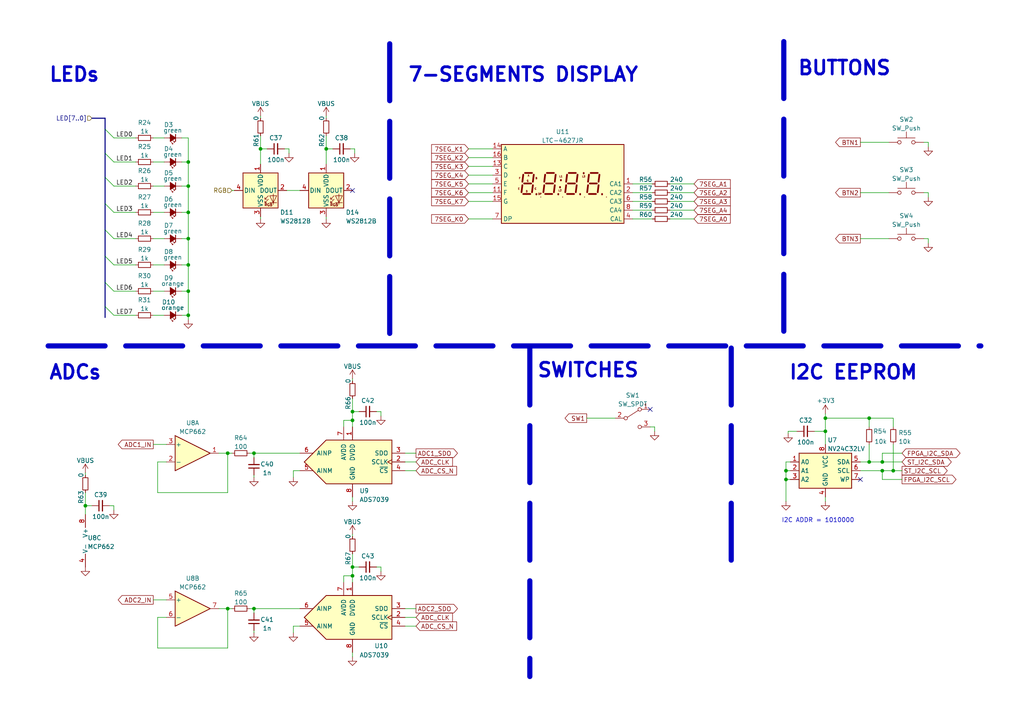
<source format=kicad_sch>
(kicad_sch (version 20230121) (generator eeschema)
  (paper "A4")
  (lib_symbols
    (symbol "Analog_ADC:ADS7039" (pin_names (offset 1.016))
      (property "Reference" "U" (at -7.62 -7.62 0))
      (property "Value" "ADS7039" (at 2.54 -7.62 0))
      (symbol "ADS7039_0_1"
        (polyline (pts (xy -13.97 0) (xy -7.62 6.35) (xy 11.43 6.35) (xy 11.43 -6.35) (xy -7.62 -6.35) (xy -13.97 0)) (stroke (width 0.254)) (fill (type background)))
      )
      (symbol "ADS7039_1_1"
        (pin power_in line (at 0 10.16 270) (length 3.81) (name "DVDD") (number "1"))
        (pin input clock (at 15.24 0 180) (length 3.81) (name "SCLK") (number "2"))
        (pin output line (at 15.24 2.54 180) (length 3.81) (name "SDO") (number "3"))
        (pin input line (at 15.24 -2.54 180) (length 3.81) (name "~{CS}") (number "4"))
        (pin input line (at -15.24 -2.54 0) (length 3.81) (name "AINM") (number "5"))
        (pin input line (at -15.24 2.54 0) (length 3.81) (name "AINP") (number "6"))
        (pin power_in line (at -2.54 10.16 270) (length 3.81) (name "AVDD") (number "7"))
        (pin power_in line (at 0 -10.16 90) (length 3.81) (name "GND") (number "8"))
      )
    )
    (symbol "Device:C_Small" (pin_numbers hide) (pin_names (offset 0.254) hide)
      (property "Reference" "C" (at 0.254 1.778 0))
      (property "Value" "C_Small" (at 0.254 -2.032 0))
      (symbol "C_Small_0_1"
        (polyline (pts (xy -1.524 -0.508) (xy 1.524 -0.508)) (stroke (width 0.3302)))
        (polyline (pts (xy -1.524 0.508) (xy 1.524 0.508)) (stroke (width 0.3048)))
      )
      (symbol "C_Small_1_1"
        (pin passive line (at 0 2.54 270) (length 2.032) (name "~") (number "1"))
        (pin passive line (at 0 -2.54 90) (length 2.032) (name "~") (number "2"))
      )
    )
    (symbol "Device:LED_Small_Filled" (pin_numbers hide) (pin_names (offset 0.254) hide)
      (property "Reference" "D" (at -1.27 3.175 0))
      (property "Value" "LED_Small_Filled" (at -4.445 -2.54 0))
      (symbol "LED_Small_Filled_0_1"
        (polyline (pts (xy -0.762 -1.016) (xy -0.762 1.016)) (stroke (width 0.254)))
        (polyline (pts (xy 1.016 0) (xy -0.762 0)))
        (polyline (pts (xy 0.762 -1.016) (xy -0.762 0) (xy 0.762 1.016) (xy 0.762 -1.016)) (stroke (width 0.254)) (fill (type outline)))
        (polyline (pts (xy 0 0.762) (xy -0.508 1.27) (xy -0.254 1.27) (xy -0.508 1.27) (xy -0.508 1.016)))
        (polyline (pts (xy 0.508 1.27) (xy 0 1.778) (xy 0.254 1.778) (xy 0 1.778) (xy 0 1.524)))
      )
      (symbol "LED_Small_Filled_1_1"
        (pin passive line (at -2.54 0 0) (length 1.778) (name "K") (number "1"))
        (pin passive line (at 2.54 0 180) (length 1.778) (name "A") (number "2"))
      )
    )
    (symbol "Device:R_Small" (pin_numbers hide) (pin_names (offset 0.254) hide)
      (property "Reference" "R" (at 0.762 0.508 0))
      (property "Value" "R_Small" (at 0.762 -1.016 0))
      (symbol "R_Small_0_1"
        (rectangle (start -0.762 1.778) (end 0.762 -1.778) (stroke (width 0.2032)))
      )
      (symbol "R_Small_1_1"
        (pin passive line (at 0 2.54 270) (length 0.762) (name "~") (number "1"))
        (pin passive line (at 0 -2.54 90) (length 0.762) (name "~") (number "2"))
      )
    )
    (symbol "Display_Character:LTC-4627JR"
      (property "Reference" "U" (at -17.78 12.7 0))
      (property "Value" "LTC-4627JR" (at 17.78 12.7 0))
      (symbol "LTC-4627JR_0_1"
        (rectangle (start -17.78 -11.43) (end 17.78 11.43) (stroke (width 0.254)) (fill (type background)))
        (rectangle (start -6.35 -3.81) (end -6.35 -3.81) (stroke (width 0.254)))
        (rectangle (start 0 -3.81) (end 0 -3.81) (stroke (width 0.254)))
        (polyline (pts (xy -6.35 -3.81) (xy -6.35 -3.81)) (stroke (width 0.254)))
        (polyline (pts (xy 0 -3.81) (xy 0 -3.81)) (stroke (width 0.254)))
        (polyline (pts (xy 6.35 -3.81) (xy 6.35 -3.81)) (stroke (width 0.254)))
        (polyline (pts (xy 12.7 -3.81) (xy 12.7 -3.81)) (stroke (width 0.254)))
        (rectangle (start 6.35 -3.81) (end 6.35 -3.81) (stroke (width 0.254)))
        (rectangle (start 12.7 -3.81) (end 12.7 -3.81) (stroke (width 0.254)))
      )
      (symbol "LTC-4627JR_1_0"
        (text "A" (at -9.906 2.413 0) (effects (font (size 0.508 0.508))))
        (text "B" (at -7.62 1.651 0) (effects (font (size 0.508 0.508))))
        (text "C" (at -7.874 -1.397 0) (effects (font (size 0.508 0.508))))
        (text "D" (at -10.414 -2.159 0) (effects (font (size 0.508 0.508))))
        (text "DP" (at -6.604 -2.921 0) (effects (font (size 0.508 0.508))))
        (text "E" (at -12.7 -1.397 0) (effects (font (size 0.508 0.508))))
        (text "F" (at -12.446 1.651 0) (effects (font (size 0.508 0.508))))
        (text "G" (at -10.16 0.889 0) (effects (font (size 0.508 0.508))))
        (text "L1" (at -0.508 2.159 0) (effects (font (size 0.508 0.508))))
        (text "L2" (at -0.762 -1.905 0) (effects (font (size 0.508 0.508))))
        (text "L3" (at 6.096 2.159 0) (effects (font (size 0.508 0.508))))
      )
      (symbol "LTC-4627JR_1_1"
        (polyline (pts (xy -11.684 -0.381) (xy -11.938 -2.413)) (stroke (width 0.508)))
        (polyline (pts (xy -11.43 -2.921) (xy -9.398 -2.921)) (stroke (width 0.508)))
        (polyline (pts (xy -11.43 2.667) (xy -11.684 0.635)) (stroke (width 0.508)))
        (polyline (pts (xy -11.176 0.127) (xy -9.144 0.127)) (stroke (width 0.508)))
        (polyline (pts (xy -10.922 3.175) (xy -8.89 3.175)) (stroke (width 0.508)))
        (polyline (pts (xy -8.636 -0.381) (xy -8.89 -2.413)) (stroke (width 0.508)))
        (polyline (pts (xy -8.382 2.667) (xy -8.636 0.635)) (stroke (width 0.508)))
        (polyline (pts (xy -7.62 -3.048) (xy -7.62 -2.921)) (stroke (width 0.508)))
        (polyline (pts (xy -5.334 -0.381) (xy -5.588 -2.413)) (stroke (width 0.508)))
        (polyline (pts (xy -5.08 -2.921) (xy -3.048 -2.921)) (stroke (width 0.508)))
        (polyline (pts (xy -5.08 2.667) (xy -5.334 0.635)) (stroke (width 0.508)))
        (polyline (pts (xy -4.826 0.127) (xy -2.794 0.127)) (stroke (width 0.508)))
        (polyline (pts (xy -4.572 3.175) (xy -2.54 3.175)) (stroke (width 0.508)))
        (polyline (pts (xy -2.286 -0.381) (xy -2.54 -2.413)) (stroke (width 0.508)))
        (polyline (pts (xy -2.032 2.667) (xy -2.286 0.635)) (stroke (width 0.508)))
        (polyline (pts (xy -1.27 -3.048) (xy -1.27 -2.921)) (stroke (width 0.508)))
        (polyline (pts (xy -0.762 -1.016) (xy -0.762 -0.889)) (stroke (width 0.508)))
        (polyline (pts (xy -0.508 1.016) (xy -0.508 1.143)) (stroke (width 0.508)))
        (polyline (pts (xy 1.016 -0.381) (xy 0.762 -2.413)) (stroke (width 0.508)))
        (polyline (pts (xy 1.27 -2.921) (xy 3.302 -2.921)) (stroke (width 0.508)))
        (polyline (pts (xy 1.27 2.667) (xy 1.016 0.635)) (stroke (width 0.508)))
        (polyline (pts (xy 1.524 0.127) (xy 3.556 0.127)) (stroke (width 0.508)))
        (polyline (pts (xy 1.778 3.175) (xy 3.81 3.175)) (stroke (width 0.508)))
        (polyline (pts (xy 4.064 -0.381) (xy 3.81 -2.413)) (stroke (width 0.508)))
        (polyline (pts (xy 4.318 2.667) (xy 4.064 0.635)) (stroke (width 0.508)))
        (polyline (pts (xy 5.08 -3.048) (xy 5.08 -2.921)) (stroke (width 0.508)))
        (polyline (pts (xy 6.096 3.048) (xy 6.096 3.175)) (stroke (width 0.508)))
        (polyline (pts (xy 7.366 -0.381) (xy 7.112 -2.413)) (stroke (width 0.508)))
        (polyline (pts (xy 7.62 -2.921) (xy 9.652 -2.921)) (stroke (width 0.508)))
        (polyline (pts (xy 7.62 2.667) (xy 7.366 0.635)) (stroke (width 0.508)))
        (polyline (pts (xy 7.874 0.127) (xy 9.906 0.127)) (stroke (width 0.508)))
        (polyline (pts (xy 8.128 3.175) (xy 10.16 3.175)) (stroke (width 0.508)))
        (polyline (pts (xy 10.414 -0.381) (xy 10.16 -2.413)) (stroke (width 0.508)))
        (polyline (pts (xy 10.668 2.667) (xy 10.414 0.635)) (stroke (width 0.508)))
        (polyline (pts (xy 11.43 -3.048) (xy 11.43 -2.921)) (stroke (width 0.508)))
        (pin input line (at 20.32 0 180) (length 2.54) (name "CA1") (number "1"))
        (pin input line (at -20.32 -2.54 0) (length 2.54) (name "F") (number "11"))
        (pin input line (at -20.32 5.08 0) (length 2.54) (name "C") (number "13"))
        (pin input line (at -20.32 10.16 0) (length 2.54) (name "A") (number "14"))
        (pin input line (at -20.32 -5.08 0) (length 2.54) (name "G") (number "15"))
        (pin input line (at -20.32 7.62 0) (length 2.54) (name "B") (number "16"))
        (pin input line (at 20.32 -2.54 180) (length 2.54) (name "CA2") (number "2"))
        (pin input line (at -20.32 2.54 0) (length 2.54) (name "D") (number "3"))
        (pin input line (at 20.32 -10.16 180) (length 2.54) (name "CAL") (number "4"))
        (pin input line (at -20.32 0 0) (length 2.54) (name "E") (number "5"))
        (pin input line (at 20.32 -5.08 180) (length 2.54) (name "CA3") (number "6"))
        (pin input line (at -20.32 -10.16 0) (length 2.54) (name "DP") (number "7"))
        (pin input line (at 20.32 -7.62 180) (length 2.54) (name "CA4") (number "8"))
        (pin no_connect line (at 17.78 7.62 180) (length 2.54) hide (name "NC") (number "9"))
      )
    )
    (symbol "LED:WS2812B" (pin_names (offset 0.254))
      (property "Reference" "D" (at 5.08 5.715 0))
      (property "Value" "WS2812B" (at 1.27 -5.715 0))
      (symbol "WS2812B_0_0"
        (text "RGB" (at 2.286 -4.191 0) (effects (font (size 0.762 0.762))))
      )
      (symbol "WS2812B_0_1"
        (polyline (pts (xy 1.27 -3.556) (xy 1.778 -3.556)))
        (polyline (pts (xy 1.27 -2.54) (xy 1.778 -2.54)))
        (polyline (pts (xy 4.699 -3.556) (xy 2.667 -3.556)))
        (polyline (pts (xy 2.286 -2.54) (xy 1.27 -3.556) (xy 1.27 -3.048)))
        (polyline (pts (xy 2.286 -1.524) (xy 1.27 -2.54) (xy 1.27 -2.032)))
        (polyline (pts (xy 3.683 -1.016) (xy 3.683 -3.556) (xy 3.683 -4.064)))
        (polyline (pts (xy 4.699 -1.524) (xy 2.667 -1.524) (xy 3.683 -3.556) (xy 4.699 -1.524)))
        (rectangle (start 5.08 5.08) (end -5.08 -5.08) (stroke (width 0.254)) (fill (type background)))
      )
      (symbol "WS2812B_1_1"
        (pin power_in line (at 0 7.62 270) (length 2.54) (name "VDD") (number "1"))
        (pin output line (at 7.62 0 180) (length 2.54) (name "DOUT") (number "2"))
        (pin power_in line (at 0 -7.62 90) (length 2.54) (name "VSS") (number "3"))
        (pin input line (at -7.62 0 0) (length 2.54) (name "DIN") (number "4"))
      )
    )
    (symbol "Memory_EEPROM:24LC32"
      (property "Reference" "U" (at -6.35 6.35 0))
      (property "Value" "24LC32" (at 1.27 6.35 0))
      (symbol "24LC32_1_1"
        (rectangle (start -7.62 5.08) (end 7.62 -5.08) (stroke (width 0.254)) (fill (type background)))
        (pin input line (at -10.16 2.54 0) (length 2.54) (name "A0") (number "1"))
        (pin input line (at -10.16 0 0) (length 2.54) (name "A1") (number "2"))
        (pin input line (at -10.16 -2.54 0) (length 2.54) (name "A2") (number "3"))
        (pin power_in line (at 0 -7.62 90) (length 2.54) (name "GND") (number "4"))
        (pin bidirectional line (at 10.16 2.54 180) (length 2.54) (name "SDA") (number "5"))
        (pin input line (at 10.16 0 180) (length 2.54) (name "SCL") (number "6"))
        (pin input line (at 10.16 -2.54 180) (length 2.54) (name "WP") (number "7"))
        (pin power_in line (at 0 7.62 270) (length 2.54) (name "VCC") (number "8"))
      )
    )
    (symbol "Switch:SW_Push" (pin_numbers hide) (pin_names (offset 1.016) hide)
      (property "Reference" "SW" (at 1.27 2.54 0))
      (property "Value" "SW_Push" (at 0 -1.524 0))
      (symbol "SW_Push_0_1"
        (circle (center -2.032 0) (radius 0.508))
        (polyline (pts (xy 0 1.27) (xy 0 3.048)))
        (polyline (pts (xy 2.54 1.27) (xy -2.54 1.27)))
        (circle (center 2.032 0) (radius 0.508))
        (pin passive line (at -5.08 0 0) (length 2.54) (name "1") (number "1"))
        (pin passive line (at 5.08 0 180) (length 2.54) (name "2") (number "2"))
      )
    )
    (symbol "Switch:SW_SPDT" (pin_names (offset 0) hide)
      (property "Reference" "SW" (at 0 4.318 0))
      (property "Value" "SW_SPDT" (at 0 -5.08 0))
      (symbol "SW_SPDT_0_0"
        (circle (center -2.032 0) (radius 0.508))
        (circle (center 2.032 -2.54) (radius 0.508))
      )
      (symbol "SW_SPDT_0_1"
        (polyline (pts (xy -1.524 0.254) (xy 1.651 2.286)))
        (circle (center 2.032 2.54) (radius 0.508))
      )
      (symbol "SW_SPDT_1_1"
        (pin passive line (at 5.08 2.54 180) (length 2.54) (name "A") (number "1"))
        (pin passive line (at -5.08 0 0) (length 2.54) (name "B") (number "2"))
        (pin passive line (at 5.08 -2.54 180) (length 2.54) (name "C") (number "3"))
      )
    )
    (symbol "gueg_lib:MCP662" (pin_names (offset 0.127))
      (property "Reference" "U" (at 0 5.08 0))
      (property "Value" "MCP662" (at 0 -5.08 0))
      (symbol "MCP662_1_1"
        (polyline (pts (xy -5.08 5.08) (xy 5.08 0) (xy -5.08 -5.08) (xy -5.08 5.08)) (stroke (width 0.254)) (fill (type background)))
        (pin output line (at 7.62 0 180) (length 2.54) (name "~") (number "1"))
        (pin input line (at -7.62 -2.54 0) (length 2.54) (name "-") (number "2"))
        (pin input line (at -7.62 2.54 0) (length 2.54) (name "+") (number "3"))
      )
      (symbol "MCP662_2_1"
        (polyline (pts (xy -5.08 5.08) (xy 5.08 0) (xy -5.08 -5.08) (xy -5.08 5.08)) (stroke (width 0.254)) (fill (type background)))
        (pin input line (at -7.62 2.54 0) (length 2.54) (name "+") (number "5"))
        (pin input line (at -7.62 -2.54 0) (length 2.54) (name "-") (number "6"))
        (pin output line (at 7.62 0 180) (length 2.54) (name "~") (number "7"))
      )
      (symbol "MCP662_3_1"
        (pin power_in line (at -2.54 -7.62 90) (length 3.81) (name "V-") (number "4"))
        (pin power_in line (at -2.54 7.62 270) (length 3.81) (name "V+") (number "8"))
      )
    )
    (symbol "power:+3V3" (power) (pin_names (offset 0))
      (property "Value" "+3V3" (at 0 3.556 0))
      (symbol "+3V3_0_1"
        (polyline (pts (xy -0.762 1.27) (xy 0 2.54)))
        (polyline (pts (xy 0 0) (xy 0 2.54)))
        (polyline (pts (xy 0 2.54) (xy 0.762 1.27)))
      )
      (symbol "+3V3_1_1"
        (pin power_in line (at 0 0 90) (length 0) hide (name "+3V3") (number "1"))
      )
    )
    (symbol "power:GND" (power) (pin_names (offset 0))
      (property "Value" "GND" (at 0 -3.81 0))
      (symbol "GND_0_1"
        (polyline (pts (xy 0 0) (xy 0 -1.27) (xy 1.27 -1.27) (xy 0 -2.54) (xy -1.27 -1.27) (xy 0 -1.27)))
      )
      (symbol "GND_1_1"
        (pin power_in line (at 0 0 270) (length 0) hide (name "GND") (number "1"))
      )
    )
    (symbol "power:VBUS" (power) (pin_names (offset 0))
      (property "Value" "VBUS" (at 0 3.81 0))
      (symbol "VBUS_0_1"
        (polyline (pts (xy -0.762 1.27) (xy 0 2.54)))
        (polyline (pts (xy 0 0) (xy 0 2.54)))
        (polyline (pts (xy 0 2.54) (xy 0.762 1.27)))
      )
      (symbol "VBUS_1_1"
        (pin power_in line (at 0 0 90) (length 0) hide (name "VBUS") (number "1"))
      )
    )
  )
  (junction (at 54.61 61.595))
  (junction (at 255.905 136.525))
  (junction (at 255.905 133.985))
  (junction (at 54.61 46.99))
  (junction (at 227.965 139.065))
  (junction (at 227.965 136.525))
  (junction (at 54.61 53.975))
  (junction (at 24.765 146.685))
  (junction (at 239.395 125.095))
  (junction (at 54.61 84.455))
  (junction (at 259.08 136.525))
  (junction (at 75.565 43.18))
  (junction (at 252.095 133.985))
  (junction (at 66.04 176.53))
  (junction (at 102.235 119.38))
  (junction (at 66.04 131.445))
  (junction (at 94.615 43.18))
  (junction (at 102.235 164.465))
  (junction (at 54.61 76.835))
  (junction (at 239.395 121.285))
  (junction (at 102.235 167.005))
  (junction (at 252.095 121.285))
  (junction (at 102.235 121.92))
  (junction (at 54.61 69.215))
  (junction (at 73.66 131.445))
  (junction (at 54.61 91.44))
  (junction (at 73.66 176.53))
  (no_connect (at 102.235 55.245))
  (no_connect (at 249.555 139.065))
  (no_connect (at 188.595 118.745))
  (bus_entry (at 30.48 44.45) (size 2.54 2.54))
  (bus_entry (at 30.48 88.9) (size 2.54 2.54))
  (bus_entry (at 30.48 74.295) (size 2.54 2.54))
  (bus_entry (at 30.48 37.465) (size 2.54 2.54))
  (bus_entry (at 30.48 59.055) (size 2.54 2.54))
  (bus_entry (at 30.48 51.435) (size 2.54 2.54))
  (bus_entry (at 30.48 66.675) (size 2.54 2.54))
  (bus_entry (at 30.48 81.915) (size 2.54 2.54))
  (wire (pts (xy 102.235 144.145) (xy 102.235 145.415)))
  (wire (pts (xy 48.26 133.985) (xy 45.72 133.985)))
  (wire (pts (xy 102.235 119.38) (xy 104.14 119.38)))
  (wire (pts (xy 252.095 123.825) (xy 252.095 121.285)))
  (wire (pts (xy 52.705 76.835) (xy 54.61 76.835)))
  (wire (pts (xy 33.02 84.455) (xy 39.37 84.455)))
  (wire (pts (xy 94.615 43.18) (xy 94.615 47.625)))
  (wire (pts (xy 24.765 146.685) (xy 24.765 149.225)))
  (polyline (pts (xy 113.03 12.7) (xy 113.03 100.33)) (stroke (width 1.5) (type dash)))
  (wire (pts (xy 259.08 136.525) (xy 255.905 136.525)))
  (wire (pts (xy 45.72 187.96) (xy 66.04 187.96)))
  (wire (pts (xy 255.905 139.065) (xy 261.62 139.065)))
  (wire (pts (xy 239.395 120.015) (xy 239.395 121.285)))
  (wire (pts (xy 94.615 43.18) (xy 96.52 43.18)))
  (wire (pts (xy 44.45 40.005) (xy 47.625 40.005)))
  (wire (pts (xy 183.515 60.96) (xy 189.23 60.96)))
  (wire (pts (xy 142.875 63.5) (xy 135.89 63.5)))
  (wire (pts (xy 236.22 125.095) (xy 239.395 125.095)))
  (wire (pts (xy 75.565 33.655) (xy 75.565 34.29)))
  (wire (pts (xy 54.61 76.835) (xy 54.61 84.455)))
  (wire (pts (xy 194.31 60.96) (xy 201.295 60.96)))
  (wire (pts (xy 227.965 133.985) (xy 229.235 133.985)))
  (wire (pts (xy 45.72 133.985) (xy 45.72 142.875)))
  (wire (pts (xy 73.66 176.53) (xy 86.995 176.53)))
  (wire (pts (xy 110.49 164.465) (xy 110.49 165.735)))
  (wire (pts (xy 44.45 173.99) (xy 48.26 173.99)))
  (wire (pts (xy 255.905 136.525) (xy 249.555 136.525)))
  (wire (pts (xy 101.6 43.18) (xy 102.87 43.18)))
  (wire (pts (xy 33.02 61.595) (xy 39.37 61.595)))
  (wire (pts (xy 54.61 91.44) (xy 54.61 92.71)))
  (wire (pts (xy 54.61 40.005) (xy 54.61 46.99)))
  (wire (pts (xy 24.765 142.875) (xy 24.765 146.685)))
  (wire (pts (xy 142.875 53.34) (xy 135.89 53.34)))
  (wire (pts (xy 66.04 176.53) (xy 63.5 176.53)))
  (wire (pts (xy 66.04 131.445) (xy 67.31 131.445)))
  (wire (pts (xy 228.6 125.73) (xy 228.6 125.095)))
  (wire (pts (xy 189.865 123.825) (xy 188.595 123.825)))
  (wire (pts (xy 269.24 69.215) (xy 267.97 69.215)))
  (wire (pts (xy 269.24 57.15) (xy 269.24 55.88)))
  (wire (pts (xy 66.04 142.875) (xy 66.04 131.445)))
  (wire (pts (xy 227.965 136.525) (xy 229.235 136.525)))
  (bus (pts (xy 30.48 66.675) (xy 30.48 74.295)))
  (wire (pts (xy 73.66 137.795) (xy 73.66 138.43)))
  (wire (pts (xy 183.515 58.42) (xy 189.23 58.42)))
  (wire (pts (xy 102.235 164.465) (xy 102.235 167.005)))
  (wire (pts (xy 75.565 43.18) (xy 75.565 47.625)))
  (bus (pts (xy 30.48 88.9) (xy 30.48 92.075)))
  (wire (pts (xy 183.515 55.88) (xy 189.23 55.88)))
  (wire (pts (xy 102.235 164.465) (xy 104.14 164.465)))
  (bus (pts (xy 30.48 51.435) (xy 30.48 59.055)))
  (wire (pts (xy 109.22 164.465) (xy 110.49 164.465)))
  (wire (pts (xy 52.705 40.005) (xy 54.61 40.005)))
  (wire (pts (xy 66.04 131.445) (xy 63.5 131.445)))
  (wire (pts (xy 269.24 41.275) (xy 267.97 41.275)))
  (wire (pts (xy 24.765 146.685) (xy 26.67 146.685)))
  (wire (pts (xy 94.615 39.37) (xy 94.615 43.18)))
  (wire (pts (xy 54.61 69.215) (xy 54.61 76.835)))
  (wire (pts (xy 54.61 53.975) (xy 54.61 61.595)))
  (wire (pts (xy 94.615 62.865) (xy 94.615 63.5)))
  (wire (pts (xy 194.31 53.34) (xy 201.295 53.34)))
  (wire (pts (xy 86.995 181.61) (xy 85.09 181.61)))
  (wire (pts (xy 44.45 91.44) (xy 47.625 91.44)))
  (wire (pts (xy 52.705 61.595) (xy 54.61 61.595)))
  (wire (pts (xy 194.31 63.5) (xy 201.295 63.5)))
  (wire (pts (xy 227.965 139.065) (xy 229.235 139.065)))
  (wire (pts (xy 183.515 63.5) (xy 189.23 63.5)))
  (wire (pts (xy 94.615 33.655) (xy 94.615 34.29)))
  (bus (pts (xy 30.48 34.29) (xy 30.48 37.465)))
  (wire (pts (xy 44.45 69.215) (xy 47.625 69.215)))
  (wire (pts (xy 72.39 176.53) (xy 73.66 176.53)))
  (wire (pts (xy 54.61 46.99) (xy 54.61 53.975)))
  (wire (pts (xy 102.235 189.23) (xy 102.235 190.5)))
  (wire (pts (xy 102.235 109.855) (xy 102.235 110.49)))
  (wire (pts (xy 259.08 123.825) (xy 259.08 121.285)))
  (wire (pts (xy 142.875 43.18) (xy 135.89 43.18)))
  (wire (pts (xy 189.865 125.095) (xy 189.865 123.825)))
  (wire (pts (xy 44.45 76.835) (xy 47.625 76.835)))
  (wire (pts (xy 31.75 146.685) (xy 33.02 146.685)))
  (wire (pts (xy 99.695 121.92) (xy 102.235 121.92)))
  (wire (pts (xy 85.09 181.61) (xy 85.09 183.515)))
  (wire (pts (xy 102.235 154.94) (xy 102.235 155.575)))
  (wire (pts (xy 83.82 43.18) (xy 83.82 44.45)))
  (wire (pts (xy 44.45 53.975) (xy 47.625 53.975)))
  (wire (pts (xy 183.515 53.34) (xy 189.23 53.34)))
  (wire (pts (xy 239.395 125.095) (xy 239.395 128.905)))
  (wire (pts (xy 44.45 84.455) (xy 47.625 84.455)))
  (wire (pts (xy 75.565 39.37) (xy 75.565 43.18)))
  (wire (pts (xy 73.66 132.715) (xy 73.66 131.445)))
  (wire (pts (xy 117.475 181.61) (xy 120.65 181.61)))
  (wire (pts (xy 52.705 53.975) (xy 54.61 53.975)))
  (wire (pts (xy 85.09 136.525) (xy 85.09 138.43)))
  (wire (pts (xy 102.235 119.38) (xy 102.235 121.92)))
  (wire (pts (xy 117.475 136.525) (xy 120.65 136.525)))
  (wire (pts (xy 99.695 123.825) (xy 99.695 121.92)))
  (polyline (pts (xy 227.33 12.065) (xy 227.33 99.695)) (stroke (width 1.5) (type dash)))
  (polyline (pts (xy 13.97 100.33) (xy 284.48 100.33)) (stroke (width 1.5) (type dash)))
  (wire (pts (xy 252.095 128.905) (xy 252.095 133.985)))
  (wire (pts (xy 142.875 50.8) (xy 135.89 50.8)))
  (wire (pts (xy 109.22 119.38) (xy 110.49 119.38)))
  (wire (pts (xy 142.875 48.26) (xy 135.89 48.26)))
  (polyline (pts (xy 212.09 100.965) (xy 212.09 165.1)) (stroke (width 1.5) (type dash)))
  (wire (pts (xy 33.02 146.685) (xy 33.02 147.955)))
  (wire (pts (xy 102.87 43.18) (xy 102.87 44.45)))
  (wire (pts (xy 249.555 133.985) (xy 252.095 133.985)))
  (bus (pts (xy 30.48 44.45) (xy 30.48 51.435)))
  (bus (pts (xy 30.48 37.465) (xy 30.48 44.45)))
  (bus (pts (xy 26.67 34.29) (xy 30.48 34.29)))
  (wire (pts (xy 269.24 55.88) (xy 267.97 55.88)))
  (wire (pts (xy 255.905 133.985) (xy 261.62 133.985)))
  (wire (pts (xy 82.55 43.18) (xy 83.82 43.18)))
  (wire (pts (xy 117.475 133.985) (xy 120.65 133.985)))
  (wire (pts (xy 142.875 55.88) (xy 135.89 55.88)))
  (wire (pts (xy 75.565 43.18) (xy 77.47 43.18)))
  (wire (pts (xy 194.31 55.88) (xy 201.295 55.88)))
  (wire (pts (xy 259.08 121.285) (xy 252.095 121.285)))
  (wire (pts (xy 66.04 187.96) (xy 66.04 176.53)))
  (wire (pts (xy 261.62 131.445) (xy 255.905 131.445)))
  (wire (pts (xy 72.39 131.445) (xy 73.66 131.445)))
  (wire (pts (xy 255.905 139.065) (xy 255.905 136.525)))
  (wire (pts (xy 44.45 128.905) (xy 48.26 128.905)))
  (wire (pts (xy 227.965 145.415) (xy 227.965 139.065)))
  (wire (pts (xy 110.49 119.38) (xy 110.49 120.65)))
  (wire (pts (xy 227.965 136.525) (xy 227.965 133.985)))
  (wire (pts (xy 52.705 84.455) (xy 54.61 84.455)))
  (wire (pts (xy 83.185 55.245) (xy 86.995 55.245)))
  (wire (pts (xy 33.02 69.215) (xy 39.37 69.215)))
  (wire (pts (xy 249.555 55.88) (xy 257.81 55.88)))
  (wire (pts (xy 75.565 62.865) (xy 75.565 63.5)))
  (wire (pts (xy 86.995 136.525) (xy 85.09 136.525)))
  (wire (pts (xy 102.235 115.57) (xy 102.235 119.38)))
  (wire (pts (xy 194.31 58.42) (xy 201.295 58.42)))
  (wire (pts (xy 73.66 177.8) (xy 73.66 176.53)))
  (wire (pts (xy 44.45 61.595) (xy 47.625 61.595)))
  (wire (pts (xy 73.66 131.445) (xy 86.995 131.445)))
  (wire (pts (xy 33.02 91.44) (xy 39.37 91.44)))
  (wire (pts (xy 33.02 46.99) (xy 39.37 46.99)))
  (wire (pts (xy 269.24 42.545) (xy 269.24 41.275)))
  (wire (pts (xy 259.08 128.905) (xy 259.08 136.525)))
  (wire (pts (xy 54.61 61.595) (xy 54.61 69.215)))
  (wire (pts (xy 142.875 58.42) (xy 135.89 58.42)))
  (wire (pts (xy 228.6 125.095) (xy 231.14 125.095)))
  (wire (pts (xy 227.965 139.065) (xy 227.965 136.525)))
  (wire (pts (xy 45.72 179.07) (xy 45.72 187.96)))
  (wire (pts (xy 33.02 40.005) (xy 39.37 40.005)))
  (wire (pts (xy 54.61 84.455) (xy 54.61 91.44)))
  (wire (pts (xy 33.02 76.835) (xy 39.37 76.835)))
  (wire (pts (xy 45.72 142.875) (xy 66.04 142.875)))
  (wire (pts (xy 249.555 69.215) (xy 257.81 69.215)))
  (wire (pts (xy 259.08 136.525) (xy 261.62 136.525)))
  (bus (pts (xy 30.48 74.295) (xy 30.48 81.915)))
  (wire (pts (xy 239.395 144.145) (xy 239.395 145.415)))
  (wire (pts (xy 102.235 167.005) (xy 102.235 168.91)))
  (wire (pts (xy 249.555 41.275) (xy 257.81 41.275)))
  (wire (pts (xy 117.475 179.07) (xy 120.65 179.07)))
  (wire (pts (xy 170.18 121.285) (xy 178.435 121.285)))
  (wire (pts (xy 269.24 70.485) (xy 269.24 69.215)))
  (wire (pts (xy 102.235 160.655) (xy 102.235 164.465)))
  (wire (pts (xy 73.66 182.88) (xy 73.66 183.515)))
  (wire (pts (xy 44.45 46.99) (xy 47.625 46.99)))
  (bus (pts (xy 30.48 59.055) (xy 30.48 66.675)))
  (bus (pts (xy 30.48 81.915) (xy 30.48 88.9)))
  (wire (pts (xy 117.475 131.445) (xy 120.65 131.445)))
  (wire (pts (xy 52.705 69.215) (xy 54.61 69.215)))
  (wire (pts (xy 24.765 137.16) (xy 24.765 137.795)))
  (wire (pts (xy 48.26 179.07) (xy 45.72 179.07)))
  (wire (pts (xy 102.235 121.92) (xy 102.235 123.825)))
  (wire (pts (xy 255.905 131.445) (xy 255.905 133.985)))
  (wire (pts (xy 66.04 176.53) (xy 67.31 176.53)))
  (wire (pts (xy 99.695 167.005) (xy 102.235 167.005)))
  (wire (pts (xy 252.095 121.285) (xy 239.395 121.285)))
  (wire (pts (xy 239.395 121.285) (xy 239.395 125.095)))
  (polyline (pts (xy 153.67 100.965) (xy 153.67 196.215)) (stroke (width 1.5) (type dash)))
  (wire (pts (xy 252.095 133.985) (xy 255.905 133.985)))
  (wire (pts (xy 117.475 176.53) (xy 120.65 176.53)))
  (wire (pts (xy 33.02 53.975) (xy 39.37 53.975)))
  (wire (pts (xy 99.695 168.91) (xy 99.695 167.005)))
  (wire (pts (xy 67.31 55.245) (xy 67.945 55.245)))
  (wire (pts (xy 52.705 91.44) (xy 54.61 91.44)))
  (wire (pts (xy 142.875 45.72) (xy 135.89 45.72)))
  (wire (pts (xy 52.705 46.99) (xy 54.61 46.99)))
  (text "BUTTONS" (at 231.14 22.225 0) (effects (font (size 4 4) (thickness 0.8) bold) (justify left bottom)))
  (text "ADCs" (at 13.97 110.49 0) (effects (font (size 4 4) (thickness 0.8) bold) (justify left bottom)))
  (text "I2C ADDR = 1010000" (at 226.695 151.765 0) (effects (font (size 1.27 1.27)) (justify left bottom)))
  (text "LEDs" (at 13.97 24.13 0) (effects (font (size 4 4) (thickness 0.8) bold) (justify left bottom)))
  (text "I2C EEPROM" (at 228.6 110.49 0) (effects (font (size 4 4) (thickness 0.8) bold) (justify left bottom)))
  (text "7-SEGMENTS DISPLAY" (at 118.11 24.13 0) (effects (font (size 4 4) (thickness 0.8) bold) (justify left bottom)))
  (text "SWITCHES" (at 155.575 109.855 0) (effects (font (size 4 4) (thickness 0.8) bold) (justify left bottom)))
  (label "LED6" (at 33.655 84.455 0))
  (label "LED1" (at 33.655 46.99 0))
  (label "LED7" (at 33.655 91.44 0))
  (label "LED0" (at 33.655 40.005 0))
  (label "LED4" (at 33.655 69.215 0))
  (label "LED5" (at 33.655 76.835 0))
  (label "LED2" (at 33.655 53.975 0))
  (label "LED3" (at 33.655 61.595 0))
  (global_label "FPGA_I2C_SCL" (shape output) (at 261.62 139.065 0) (property "Intersheetrefs" "${INTERSHEET_REFS}" (effects hide)))
  (global_label "ADC2_SDO" (shape output) (at 120.65 176.53 0) (property "Intersheetrefs" "${INTERSHEET_REFS}" (effects hide)))
  (global_label "7SEG_A1" (shape input) (at 201.295 53.34 0) (property "Intersheetrefs" "${INTERSHEET_REFS}" (effects hide)))
  (global_label "ADC_CLK" (shape input) (at 120.65 133.985 0) (property "Intersheetrefs" "${INTERSHEET_REFS}" (effects hide)))
  (global_label "7SEG_A4" (shape input) (at 201.295 60.96 0) (property "Intersheetrefs" "${INTERSHEET_REFS}" (effects hide)))
  (global_label "ST_I2C_SCL" (shape output) (at 261.62 136.525 0) (property "Intersheetrefs" "${INTERSHEET_REFS}" (effects hide)))
  (global_label "ADC_CS_N" (shape input) (at 120.65 181.61 0) (property "Intersheetrefs" "${INTERSHEET_REFS}" (effects hide)))
  (global_label "7SEG_K7" (shape input) (at 135.89 58.42 180) (property "Intersheetrefs" "${INTERSHEET_REFS}" (effects hide)))
  (global_label "7SEG_K3" (shape input) (at 135.89 48.26 180) (property "Intersheetrefs" "${INTERSHEET_REFS}" (effects hide)))
  (global_label "7SEG_A2" (shape input) (at 201.295 55.88 0) (property "Intersheetrefs" "${INTERSHEET_REFS}" (effects hide)))
  (global_label "BTN1" (shape output) (at 249.555 41.275 180) (property "Intersheetrefs" "${INTERSHEET_REFS}" (effects hide)))
  (global_label "7SEG_K2" (shape input) (at 135.89 45.72 180) (property "Intersheetrefs" "${INTERSHEET_REFS}" (effects hide)))
  (global_label "SW1" (shape output) (at 170.18 121.285 180) (property "Intersheetrefs" "${INTERSHEET_REFS}" (effects hide)))
  (global_label "ST_I2C_SDA" (shape bidirectional) (at 261.62 133.985 0) (property "Intersheetrefs" "${INTERSHEET_REFS}" (effects hide)))
  (global_label "ADC1_IN" (shape output) (at 44.45 128.905 180) (property "Intersheetrefs" "${INTERSHEET_REFS}" (effects hide)))
  (global_label "BTN2" (shape output) (at 249.555 55.88 180) (property "Intersheetrefs" "${INTERSHEET_REFS}" (effects hide)))
  (global_label "ADC_CLK" (shape input) (at 120.65 179.07 0) (property "Intersheetrefs" "${INTERSHEET_REFS}" (effects hide)))
  (global_label "7SEG_K0" (shape input) (at 135.89 63.5 180) (property "Intersheetrefs" "${INTERSHEET_REFS}" (effects hide)))
  (global_label "7SEG_A3" (shape input) (at 201.295 58.42 0) (property "Intersheetrefs" "${INTERSHEET_REFS}" (effects hide)))
  (global_label "FPGA_I2C_SDA" (shape bidirectional) (at 261.62 131.445 0) (property "Intersheetrefs" "${INTERSHEET_REFS}" (effects hide)))
  (global_label "BTN3" (shape output) (at 249.555 69.215 180) (property "Intersheetrefs" "${INTERSHEET_REFS}" (effects hide)))
  (global_label "7SEG_K5" (shape input) (at 135.89 53.34 180) (property "Intersheetrefs" "${INTERSHEET_REFS}" (effects hide)))
  (global_label "ADC1_SDO" (shape output) (at 120.65 131.445 0) (property "Intersheetrefs" "${INTERSHEET_REFS}" (effects hide)))
  (global_label "ADC2_IN" (shape output) (at 44.45 173.99 180) (property "Intersheetrefs" "${INTERSHEET_REFS}" (effects hide)))
  (global_label "ADC_CS_N" (shape input) (at 120.65 136.525 0) (property "Intersheetrefs" "${INTERSHEET_REFS}" (effects hide)))
  (global_label "7SEG_A0" (shape input) (at 201.295 63.5 0) (property "Intersheetrefs" "${INTERSHEET_REFS}" (effects hide)))
  (global_label "7SEG_K6" (shape input) (at 135.89 55.88 180) (property "Intersheetrefs" "${INTERSHEET_REFS}" (effects hide)))
  (global_label "7SEG_K4" (shape input) (at 135.89 50.8 180) (property "Intersheetrefs" "${INTERSHEET_REFS}" (effects hide)))
  (global_label "7SEG_K1" (shape input) (at 135.89 43.18 180) (property "Intersheetrefs" "${INTERSHEET_REFS}" (effects hide)))
  (hierarchical_label "RGB" (shape input) (at 67.31 55.245 180))
  (hierarchical_label "LED[7..0]" (shape input) (at 26.67 34.29 180))
  (symbol (lib_id "Device:R_Small") (at 191.77 53.34 90) (unit 1)
    (property "Reference" "R56" (at 189.23 52.07 90) (effects (justify left)))
    (property "Value" "240" (at 196.215 52.07 90))
    (property "Footprint" "Resistor_SMD:R_0402_1005Metric" (effects hide))
    (property "Price" "0,07" (effects hide))
    (property "Store Ref" "603-RT0402FRE07240RL" (effects hide))
  )
  (symbol (lib_id "power:GND") (at 85.09 183.515 0) (unit 1)
    (property "Reference" "#PWR0166" (effects hide))
    (property "Value" "GND" (effects hide))
  )
  (symbol (lib_id "power:GND") (at 73.66 138.43 0) (unit 1)
    (property "Reference" "#PWR0170" (effects hide))
    (property "Value" "GND" (effects hide))
  )
  (symbol (lib_id "Device:C_Small") (at 233.68 125.095 90) (unit 1)
    (property "Reference" "C32" (at 233.68 121.92 90))
    (property "Value" "100n" (at 233.68 128.27 90))
    (property "Footprint" "Capacitor_SMD:C_0402_1005Metric" (effects hide))
    (property "Price" "0,02" (effects hide))
    (property "Store Ref" "963-EMK105BJ104KVHF" (effects hide))
  )
  (symbol (lib_id "Device:R_Small") (at 252.095 126.365 0) (unit 1)
    (property "Reference" "R54" (at 257.175 125.095 0) (effects (justify right)))
    (property "Value" "10k" (at 253.5936 128.0672 0) (effects (justify left)))
    (property "Footprint" "Resistor_SMD:R_0402_1005Metric" (effects hide))
    (property "Price" "0,014" (effects hide))
    (property "Store Ref" "603-RC0402JR-7D10KL" (effects hide))
  )
  (symbol (lib_id "Device:R_Small") (at 24.765 140.335 180) (unit 1)
    (property "Reference" "R63" (at 23.495 142.24 90) (effects (justify left)))
    (property "Value" "0" (at 23.495 137.795 90))
    (property "Footprint" "Resistor_SMD:R_0402_1005Metric" (effects hide))
    (property "Price" "0" (effects hide))
    (property "Store Ref" "652-CR0402AJ/-000GAS" (effects hide))
    (property "Stock" "86" (effects hide))
  )
  (symbol (lib_id "Device:C_Small") (at 73.66 180.34 180) (unit 1)
    (property "Reference" "C41" (at 77.47 179.705 0))
    (property "Value" "1n" (at 77.47 182.245 0))
    (property "Footprint" "Capacitor_SMD:C_0402_1005Metric" (effects hide))
    (property "Price" "0" (effects hide))
    (property "Store Ref" "581-0402ZD102KAT2A" (effects hide))
    (property "Stock" "10" (effects hide))
  )
  (symbol (lib_id "power:GND") (at 269.24 70.485 0) (unit 1)
    (property "Reference" "#PWR0154" (effects hide))
    (property "Value" "GND" (effects hide))
  )
  (symbol (lib_id "power:GND") (at 75.565 63.5 0) (unit 1)
    (property "Reference" "#PWR0153" (effects hide))
    (property "Value" "GND" (effects hide))
  )
  (symbol (lib_id "Memory_EEPROM:24LC32") (at 239.395 136.525 0) (unit 1)
    (property "Reference" "U7" (at 240.03 127.6381 0) (effects (justify left)))
    (property "Value" "NV24C32LV" (at 240.03 130.175 0) (effects (justify left)))
    (property "Footprint" "Package_SO:SOIC-8_3.9x4.9mm_P1.27mm" (effects hide))
    (property "Datasheet" "https://www.mouser.fr/datasheet/2/308/NV24C32LV_D-1628011.pdf" (effects hide))
    (property "Price" "0,41" (effects hide))
    (property "Store Ref" "863-NV24C32DWVLT3G" (effects hide))
  )
  (symbol (lib_id "Switch:SW_Push") (at 262.89 55.88 0) (unit 1)
    (property "Reference" "SW3" (at 262.89 49.2592 0))
    (property "Value" "SW_Push" (at 262.89 51.7961 0))
    (property "Footprint" "gueg_lib:SW_Push_SPST_NO_Alps_SKRK" (effects hide))
    (property "Price" "0,82" (effects hide))
    (property "Store Ref" "688-SKRKAG" (effects hide))
  )
  (symbol (lib_id "Device:C_Small") (at 106.68 119.38 90) (unit 1)
    (property "Reference" "C42" (at 106.68 116.205 90))
    (property "Value" "100n" (at 106.68 122.555 90))
    (property "Footprint" "Capacitor_SMD:C_0402_1005Metric" (effects hide))
    (property "Price" "0,02" (effects hide))
    (property "Store Ref" "963-EMK105BJ104KVHF" (effects hide))
  )
  (symbol (lib_id "power:GND") (at 102.235 190.5 0) (unit 1)
    (property "Reference" "#PWR0176" (effects hide))
    (property "Value" "GND" (effects hide))
  )
  (symbol (lib_id "gueg_lib:MCP662") (at 55.88 176.53 0) (unit 2)
    (property "Reference" "U8" (at 55.88 167.7502 0))
    (property "Value" "MCP662" (at 55.88 170.2871 0))
    (property "Footprint" "Package_SO:SOIC-8_3.9x4.9mm_P1.27mm" (effects hide))
    (property "Datasheet" "https://www.mouser.fr/datasheet/2/268/20002194E-2448650.pdf" (effects hide))
    (property "Price" "1,63" (effects hide))
    (property "Store Ref" "579-MCP662-E/SN" (effects hide))
  )
  (symbol (lib_id "Device:C_Small") (at 29.21 146.685 90) (unit 1)
    (property "Reference" "C39" (at 29.21 143.51 90))
    (property "Value" "100n" (at 29.21 149.86 90))
    (property "Footprint" "Capacitor_SMD:C_0402_1005Metric" (effects hide))
    (property "Price" "0,02" (effects hide))
    (property "Store Ref" "963-EMK105BJ104KVHF" (effects hide))
  )
  (symbol (lib_id "Device:R_Small") (at 69.85 131.445 90) (unit 1)
    (property "Reference" "R64" (at 69.85 127.0086 90))
    (property "Value" "100" (at 69.85 129.5455 90))
    (property "Footprint" "Resistor_SMD:R_0402_1005Metric" (effects hide))
    (property "Price" "0,11" (effects hide))
    (property "Store Ref" "652-CRT0402FZ1000GLF" (effects hide))
  )
  (symbol (lib_id "Device:R_Small") (at 191.77 58.42 90) (unit 1)
    (property "Reference" "R58" (at 189.23 57.15 90) (effects (justify left)))
    (property "Value" "240" (at 196.215 57.15 90))
    (property "Footprint" "Resistor_SMD:R_0402_1005Metric" (effects hide))
    (property "Price" "0,07" (effects hide))
    (property "Store Ref" "603-RT0402FRE07240RL" (effects hide))
  )
  (symbol (lib_id "Device:LED_Small_Filled") (at 50.165 91.44 180) (unit 1)
    (property "Reference" "D10" (at 48.895 87.63 0))
    (property "Value" "orange" (at 50.1015 89.2326 0))
    (property "Footprint" "LED_SMD:LED_0603_1608Metric" (effects hide))
    (property "Price" "0,33" (effects hide))
    (property "Store Ref" "755-SML-D12P8WT86C " (effects hide))
  )
  (symbol (lib_id "Device:R_Small") (at 41.91 46.99 90) (unit 1)
    (property "Reference" "R25" (at 41.91 42.5536 90))
    (property "Value" "1k" (at 41.91 45.0905 90))
    (property "Footprint" "Resistor_SMD:R_0402_1005Metric" (effects hide))
    (property "Price" "0" (effects hide))
    (property "Store Ref" "603-RT0402FRE071KL" (effects hide))
    (property "Stock" "8" (effects hide))
  )
  (symbol (lib_id "power:VBUS") (at 94.615 33.655 0) (mirror y) (unit 1)
    (property "Reference" "#PWR0148" (effects hide))
    (property "Value" "VBUS" (at 94.615 30.0792 0))
  )
  (symbol (lib_id "power:GND") (at 102.235 145.415 0) (unit 1)
    (property "Reference" "#PWR0173" (effects hide))
    (property "Value" "GND" (effects hide))
  )
  (symbol (lib_id "Device:R_Small") (at 41.91 91.44 90) (unit 1)
    (property "Reference" "R31" (at 41.91 87.0036 90))
    (property "Value" "1k" (at 41.91 89.5405 90))
    (property "Footprint" "Resistor_SMD:R_0402_1005Metric" (effects hide))
    (property "Price" "0" (effects hide))
    (property "Store Ref" "603-RT0402FRE071KL" (effects hide))
    (property "Stock" "8" (effects hide))
  )
  (symbol (lib_id "LED:WS2812B") (at 75.565 55.245 0) (unit 1)
    (property "Reference" "D11" (at 83.185 61.595 0))
    (property "Value" "WS2812B" (at 85.725 64.135 0))
    (property "Footprint" "LED_SMD:LED_WS2812B_PLCC4_5.0x5.0mm_P3.2mm" (effects hide))
    (property "Datasheet" "https://cdn-shop.adafruit.com/datasheets/WS2812B.pdf" (effects hide))
    (property "Stock" "10" (effects hide))
    (property "Price" "0" (effects hide))
  )
  (symbol (lib_id "Device:R_Small") (at 41.91 40.005 90) (unit 1)
    (property "Reference" "R24" (at 41.91 35.5686 90))
    (property "Value" "1k" (at 41.91 38.1055 90))
    (property "Footprint" "Resistor_SMD:R_0402_1005Metric" (effects hide))
    (property "Price" "0" (effects hide))
    (property "Store Ref" "603-RT0402FRE071KL" (effects hide))
    (property "Stock" "8" (effects hide))
  )
  (symbol (lib_id "power:GND") (at 228.6 125.73 0) (unit 1)
    (property "Reference" "#PWR0140" (effects hide))
    (property "Value" "GND" (effects hide))
  )
  (symbol (lib_id "Switch:SW_Push") (at 262.89 69.215 0) (unit 1)
    (property "Reference" "SW4" (at 262.89 62.5942 0))
    (property "Value" "SW_Push" (at 262.89 65.1311 0))
    (property "Footprint" "gueg_lib:SW_Push_SPST_NO_Alps_SKRK" (effects hide))
    (property "Price" "0,82" (effects hide))
    (property "Store Ref" "688-SKRKAG" (effects hide))
  )
  (symbol (lib_id "Device:R_Small") (at 102.235 113.03 180) (unit 1)
    (property "Reference" "R66" (at 100.965 114.935 90) (effects (justify left)))
    (property "Value" "0" (at 100.965 110.49 90))
    (property "Footprint" "Resistor_SMD:R_0402_1005Metric" (effects hide))
    (property "Price" "0" (effects hide))
    (property "Store Ref" "652-CR0402AJ/-000GAS" (effects hide))
    (property "Stock" "86" (effects hide))
  )
  (symbol (lib_id "Device:LED_Small_Filled") (at 50.165 46.99 180) (unit 1)
    (property "Reference" "D4" (at 48.895 43.18 0))
    (property "Value" "green" (at 50.1015 44.7826 0))
    (property "Footprint" "LED_SMD:LED_0603_1608Metric" (effects hide))
    (property "Price" "0,33" (effects hide))
    (property "Store Ref" "755-SML-D12P8WT86C " (effects hide))
  )
  (symbol (lib_id "power:GND") (at 269.24 42.545 0) (unit 1)
    (property "Reference" "#PWR0162" (effects hide))
    (property "Value" "GND" (effects hide))
  )
  (symbol (lib_id "Device:R_Small") (at 94.615 36.83 180) (unit 1)
    (property "Reference" "R62" (at 93.345 38.735 90) (effects (justify left)))
    (property "Value" "0" (at 93.345 34.29 90))
    (property "Footprint" "Resistor_SMD:R_0402_1005Metric" (effects hide))
    (property "Price" "0" (effects hide))
    (property "Store Ref" "652-CR0402AJ/-000GAS" (effects hide))
    (property "Stock" "86" (effects hide))
  )
  (symbol (lib_id "Device:R_Small") (at 191.77 63.5 90) (unit 1)
    (property "Reference" "R60" (at 189.23 62.23 90) (effects (justify left)))
    (property "Value" "240" (at 196.215 62.23 90))
    (property "Footprint" "Resistor_SMD:R_0402_1005Metric" (effects hide))
    (property "Price" "0,07" (effects hide))
    (property "Store Ref" "603-RT0402FRE07240RL" (effects hide))
  )
  (symbol (lib_id "power:GND") (at 269.24 57.15 0) (unit 1)
    (property "Reference" "#PWR0163" (effects hide))
    (property "Value" "GND" (effects hide))
  )
  (symbol (lib_id "Analog_ADC:ADS7039") (at 102.235 133.985 0) (unit 1)
    (property "Reference" "U9" (at 104.2544 142.3654 0) (effects (justify left)))
    (property "Value" "ADS7039" (at 104.2544 144.9023 0) (effects (justify left)))
    (property "Footprint" "Package_SO:VSSOP-8_2.3x2mm_P0.5mm" (effects hide))
    (property "Datasheet" "http://www.ti.com/lit/ds/symlink/ads7039-q1.pdf" (effects hide))
    (property "Price" "1,96" (effects hide))
    (property "Store Ref" "595-ADS7039QDCURQ1" (effects hide))
  )
  (symbol (lib_id "Device:R_Small") (at 69.85 176.53 90) (unit 1)
    (property "Reference" "R65" (at 69.85 172.0936 90))
    (property "Value" "100" (at 69.85 174.6305 90))
    (property "Footprint" "Resistor_SMD:R_0402_1005Metric" (effects hide))
    (property "Price" "0,11" (effects hide))
    (property "Store Ref" "652-CRT0402FZ1000GLF" (effects hide))
  )
  (symbol (lib_id "power:VBUS") (at 75.565 33.655 0) (mirror y) (unit 1)
    (property "Reference" "#PWR0150" (effects hide))
    (property "Value" "VBUS" (at 75.565 30.0792 0))
  )
  (symbol (lib_id "Device:R_Small") (at 41.91 69.215 90) (unit 1)
    (property "Reference" "R28" (at 41.91 64.7786 90))
    (property "Value" "1k" (at 41.91 67.3155 90))
    (property "Footprint" "Resistor_SMD:R_0402_1005Metric" (effects hide))
    (property "Price" "0" (effects hide))
    (property "Store Ref" "603-RT0402FRE071KL" (effects hide))
    (property "Stock" "8" (effects hide))
  )
  (symbol (lib_id "Device:R_Small") (at 191.77 60.96 90) (unit 1)
    (property "Reference" "R59" (at 189.23 59.69 90) (effects (justify left)))
    (property "Value" "240" (at 196.215 59.69 90))
    (property "Footprint" "Resistor_SMD:R_0402_1005Metric" (effects hide))
    (property "Price" "0,07" (effects hide))
    (property "Store Ref" "603-RT0402FRE07240RL" (effects hide))
  )
  (symbol (lib_id "Switch:SW_SPDT") (at 183.515 121.285 0) (unit 1)
    (property "Reference" "SW1" (at 183.515 114.6642 0))
    (property "Value" "SW_SPDT" (at 183.515 117.2011 0))
    (property "Footprint" "Button_Switch_SMD:SW_SPDT_CK-JS102011SAQN" (effects hide))
    (property "Price" "0,66" (effects hide))
    (property "Store Ref" "611-JS102011SAQN" (effects hide))
  )
  (symbol (lib_id "power:GND") (at 227.965 145.415 0) (unit 1)
    (property "Reference" "#PWR0142" (effects hide))
    (property "Value" "GND" (effects hide))
  )
  (symbol (lib_id "Device:R_Small") (at 41.91 76.835 90) (unit 1)
    (property "Reference" "R29" (at 41.91 72.3986 90))
    (property "Value" "1k" (at 41.91 74.9355 90))
    (property "Footprint" "Resistor_SMD:R_0402_1005Metric" (effects hide))
    (property "Price" "0" (effects hide))
    (property "Store Ref" "603-RT0402FRE071KL" (effects hide))
    (property "Stock" "8" (effects hide))
  )
  (symbol (lib_id "Device:R_Small") (at 41.91 84.455 90) (unit 1)
    (property "Reference" "R30" (at 41.91 80.0186 90))
    (property "Value" "1k" (at 41.91 82.5555 90))
    (property "Footprint" "Resistor_SMD:R_0402_1005Metric" (effects hide))
    (property "Price" "0" (effects hide))
    (property "Store Ref" "603-RT0402FRE071KL" (effects hide))
    (property "Stock" "8" (effects hide))
  )
  (symbol (lib_id "Device:LED_Small_Filled") (at 50.165 61.595 180) (unit 1)
    (property "Reference" "D6" (at 48.895 57.785 0))
    (property "Value" "green" (at 50.1015 59.3876 0))
    (property "Footprint" "LED_SMD:LED_0603_1608Metric" (effects hide))
    (property "Price" "0,33" (effects hide))
    (property "Store Ref" "755-SML-D12P8WT86C " (effects hide))
  )
  (symbol (lib_id "gueg_lib:MCP662") (at 55.88 131.445 0) (unit 1)
    (property "Reference" "U8" (at 55.88 122.6652 0))
    (property "Value" "MCP662" (at 55.88 125.2021 0))
    (property "Footprint" "Package_SO:SOIC-8_3.9x4.9mm_P1.27mm" (effects hide))
    (property "Datasheet" "https://www.mouser.fr/datasheet/2/268/20002194E-2448650.pdf" (effects hide))
    (property "Price" "1,63" (effects hide))
    (property "Store Ref" "579-MCP662-E/SN" (effects hide))
  )
  (symbol (lib_id "Device:LED_Small_Filled") (at 50.165 84.455 180) (unit 1)
    (property "Reference" "D9" (at 48.895 80.645 0))
    (property "Value" "orange" (at 50.1015 82.2476 0))
    (property "Footprint" "LED_SMD:LED_0603_1608Metric" (effects hide))
    (property "Price" "0,33" (effects hide))
    (property "Store Ref" "755-SML-D12P8WT86C " (effects hide))
  )
  (symbol (lib_id "Device:C_Small") (at 99.06 43.18 90) (unit 1)
    (property "Reference" "C38" (at 99.06 40.005 90))
    (property "Value" "100n" (at 99.06 46.355 90))
    (property "Footprint" "Capacitor_SMD:C_0402_1005Metric" (effects hide))
    (property "Price" "0,02" (effects hide))
    (property "Store Ref" "963-EMK105BJ104KVHF" (effects hide))
  )
  (symbol (lib_id "power:GND") (at 102.87 44.45 0) (unit 1)
    (property "Reference" "#PWR0149" (effects hide))
    (property "Value" "GND" (effects hide))
  )
  (symbol (lib_id "power:VBUS") (at 24.765 137.16 0) (mirror y) (unit 1)
    (property "Reference" "#PWR0169" (effects hide))
    (property "Value" "VBUS" (at 24.765 133.5842 0))
  )
  (symbol (lib_id "Device:R_Small") (at 41.91 53.975 90) (unit 1)
    (property "Reference" "R26" (at 41.91 49.5386 90))
    (property "Value" "1k" (at 41.91 52.0755 90))
    (property "Footprint" "Resistor_SMD:R_0402_1005Metric" (effects hide))
    (property "Price" "0" (effects hide))
    (property "Store Ref" "603-RT0402FRE071KL" (effects hide))
    (property "Stock" "8" (effects hide))
  )
  (symbol (lib_id "Device:C_Small") (at 73.66 135.255 180) (unit 1)
    (property "Reference" "C40" (at 77.47 134.62 0))
    (property "Value" "1n" (at 77.47 137.16 0))
    (property "Footprint" "Capacitor_SMD:C_0402_1005Metric" (effects hide))
    (property "Price" "0" (effects hide))
    (property "Store Ref" "581-0402ZD102KAT2A" (effects hide))
    (property "Stock" "10" (effects hide))
  )
  (symbol (lib_id "Device:LED_Small_Filled") (at 50.165 40.005 180) (unit 1)
    (property "Reference" "D3" (at 48.895 36.195 0))
    (property "Value" "green" (at 50.1015 37.7976 0))
    (property "Footprint" "LED_SMD:LED_0603_1608Metric" (effects hide))
    (property "Price" "0,33" (effects hide))
    (property "Store Ref" "755-SML-D12P8WT86C " (effects hide))
  )
  (symbol (lib_id "power:GND") (at 239.395 145.415 0) (unit 1)
    (property "Reference" "#PWR0139" (effects hide))
    (property "Value" "GND" (effects hide))
  )
  (symbol (lib_id "power:VBUS") (at 102.235 109.855 0) (mirror y) (unit 1)
    (property "Reference" "#PWR0168" (effects hide))
    (property "Value" "VBUS" (at 102.235 106.2792 0))
  )
  (symbol (lib_id "power:GND") (at 110.49 165.735 0) (unit 1)
    (property "Reference" "#PWR0175" (effects hide))
    (property "Value" "GND" (effects hide))
  )
  (symbol (lib_id "gueg_lib:MCP662") (at 27.305 156.845 0) (unit 3)
    (property "Reference" "U8" (at 25.4 156.0103 0) (effects (justify left)))
    (property "Value" "MCP662" (at 25.4 158.5472 0) (effects (justify left)))
    (property "Footprint" "Package_SO:SOIC-8_3.9x4.9mm_P1.27mm" (effects hide))
    (property "Datasheet" "https://www.mouser.fr/datasheet/2/268/20002194E-2448650.pdf" (effects hide))
    (property "Price" "1,63" (effects hide))
    (property "Store Ref" "579-MCP662-E/SN" (effects hide))
  )
  (symbol (lib_id "power:GND") (at 33.02 147.955 0) (unit 1)
    (property "Reference" "#PWR0160" (effects hide))
    (property "Value" "GND" (effects hide))
  )
  (symbol (lib_id "Device:R_Small") (at 259.08 126.365 0) (unit 1)
    (property "Reference" "R55" (at 260.5786 125.5303 0) (effects (justify left)))
    (property "Value" "10k" (at 260.5786 128.0672 0) (effects (justify left)))
    (property "Footprint" "Resistor_SMD:R_0402_1005Metric" (effects hide))
    (property "Price" "0,014" (effects hide))
    (property "Store Ref" "603-RC0402JR-7D10KL" (effects hide))
  )
  (symbol (lib_id "power:GND") (at 73.66 183.515 0) (unit 1)
    (property "Reference" "#PWR0167" (effects hide))
    (property "Value" "GND" (effects hide))
  )
  (symbol (lib_id "LED:WS2812B") (at 94.615 55.245 0) (unit 1)
    (property "Reference" "D14" (at 102.235 61.595 0))
    (property "Value" "WS2812B" (at 104.775 64.135 0))
    (property "Footprint" "LED_SMD:LED_WS2812B_PLCC4_5.0x5.0mm_P3.2mm" (effects hide))
    (property "Datasheet" "https://cdn-shop.adafruit.com/datasheets/WS2812B.pdf" (effects hide))
    (property "Stock" "10" (effects hide))
    (property "Price" "0" (effects hide))
  )
  (symbol (lib_id "Device:LED_Small_Filled") (at 50.165 76.835 180) (unit 1)
    (property "Reference" "D8" (at 48.895 73.025 0))
    (property "Value" "green" (at 50.1015 74.6276 0))
    (property "Footprint" "LED_SMD:LED_0603_1608Metric" (effects hide))
    (property "Price" "0,33" (effects hide))
    (property "Store Ref" "755-SML-D12P8WT86C " (effects hide))
  )
  (symbol (lib_id "power:GND") (at 189.865 125.095 0) (unit 1)
    (property "Reference" "#PWR0157" (effects hide))
    (property "Value" "GND" (effects hide))
  )
  (symbol (lib_id "Device:LED_Small_Filled") (at 50.165 69.215 180) (unit 1)
    (property "Reference" "D7" (at 48.895 65.405 0))
    (property "Value" "green" (at 50.1015 67.0076 0))
    (property "Footprint" "LED_SMD:LED_0603_1608Metric" (effects hide))
    (property "Price" "0,33" (effects hide))
    (property "Store Ref" "755-SML-D12P8WT86C " (effects hide))
  )
  (symbol (lib_id "Device:R_Small") (at 102.235 158.115 180) (unit 1)
    (property "Reference" "R67" (at 100.965 160.02 90) (effects (justify left)))
    (property "Value" "0" (at 100.965 155.575 90))
    (property "Footprint" "Resistor_SMD:R_0402_1005Metric" (effects hide))
    (property "Price" "0" (effects hide))
    (property "Store Ref" "652-CR0402AJ/-000GAS" (effects hide))
    (property "Stock" "86" (effects hide))
  )
  (symbol (lib_id "power:GND") (at 94.615 63.5 0) (unit 1)
    (property "Reference" "#PWR0152" (effects hide))
    (property "Value" "GND" (effects hide))
  )
  (symbol (lib_id "Analog_ADC:ADS7039") (at 102.235 179.07 0) (unit 1)
    (property "Reference" "U10" (at 108.585 187.325 0) (effects (justify left)))
    (property "Value" "ADS7039" (at 104.2544 189.9873 0) (effects (justify left)))
    (property "Footprint" "Package_SO:VSSOP-8_2.3x2mm_P0.5mm" (effects hide))
    (property "Datasheet" "http://www.ti.com/lit/ds/symlink/ads7039-q1.pdf" (effects hide))
    (property "Price" "1,96" (effects hide))
    (property "Store Ref" "595-ADS7039QDCURQ1" (effects hide))
  )
  (symbol (lib_id "Device:R_Small") (at 41.91 61.595 90) (unit 1)
    (property "Reference" "R27" (at 41.91 57.1586 90))
    (property "Value" "1k" (at 41.91 59.6955 90))
    (property "Footprint" "Resistor_SMD:R_0402_1005Metric" (effects hide))
    (property "Price" "0" (effects hide))
    (property "Store Ref" "603-RT0402FRE071KL" (effects hide))
    (property "Stock" "8" (effects hide))
  )
  (symbol (lib_id "Device:C_Small") (at 80.01 43.18 90) (unit 1)
    (property "Reference" "C37" (at 80.01 40.005 90))
    (property "Value" "100n" (at 80.01 46.355 90))
    (property "Footprint" "Capacitor_SMD:C_0402_1005Metric" (effects hide))
    (property "Price" "0,02" (effects hide))
    (property "Store Ref" "963-EMK105BJ104KVHF" (effects hide))
  )
  (symbol (lib_id "Device:LED_Small_Filled") (at 50.165 53.975 180) (unit 1)
    (property "Reference" "D5" (at 48.895 50.165 0))
    (property "Value" "green" (at 50.1015 51.7676 0))
    (property "Footprint" "LED_SMD:LED_0603_1608Metric" (effects hide))
    (property "Price" "0,33" (effects hide))
    (property "Store Ref" "755-SML-D12P8WT86C " (effects hide))
  )
  (symbol (lib_id "Device:C_Small") (at 106.68 164.465 90) (unit 1)
    (property "Reference" "C43" (at 106.68 161.29 90))
    (property "Value" "100n" (at 106.68 167.64 90))
    (property "Footprint" "Capacitor_SMD:C_0402_1005Metric" (effects hide))
    (property "Price" "0,02" (effects hide))
    (property "Store Ref" "963-EMK105BJ104KVHF" (effects hide))
  )
  (symbol (lib_id "power:GND") (at 110.49 120.65 0) (unit 1)
    (property "Reference" "#PWR0172" (effects hide))
    (property "Value" "GND" (effects hide))
  )
  (symbol (lib_id "power:+3V3") (at 239.395 120.015 0) (unit 1)
    (property "Reference" "#PWR0138" (effects hide))
    (property "Value" "+3V3" (at 236.855 116.205 0) (effects (justify left)))
  )
  (symbol (lib_id "power:GND") (at 24.765 164.465 0) (unit 1)
    (property "Reference" "#PWR0161" (effects hide))
    (property "Value" "GND" (effects hide))
  )
  (symbol (lib_id "Switch:SW_Push") (at 262.89 41.275 0) (unit 1)
    (property "Reference" "SW2" (at 262.89 34.6542 0))
    (property "Value" "SW_Push" (at 262.89 37.1911 0))
    (property "Footprint" "gueg_lib:SW_Push_SPST_NO_Alps_SKRK" (effects hide))
    (property "Price" "0,82" (effects hide))
    (property "Store Ref" "688-SKRKAG" (effects hide))
  )
  (symbol (lib_id "Device:R_Small") (at 75.565 36.83 180) (unit 1)
    (property "Reference" "R61" (at 74.295 38.735 90) (effects (justify left)))
    (property "Value" "0" (at 74.295 34.29 90))
    (property "Footprint" "Resistor_SMD:R_0402_1005Metric" (effects hide))
    (property "Price" "0" (effects hide))
    (property "Store Ref" "652-CR0402AJ/-000GAS" (effects hide))
    (property "Stock" "86" (effects hide))
  )
  (symbol (lib_id "Device:R_Small") (at 191.77 55.88 90) (unit 1)
    (property "Reference" "R57" (at 189.23 54.61 90) (effects (justify left)))
    (property "Value" "240" (at 196.215 54.61 90))
    (property "Footprint" "Resistor_SMD:R_0402_1005Metric" (effects hide))
    (property "Price" "0,07" (effects hide))
    (property "Store Ref" "603-RT0402FRE07240RL" (effects hide))
  )
  (symbol (lib_id "power:GND") (at 54.61 92.71 0) (unit 1)
    (property "Reference" "#PWR0129" (effects hide))
    (property "Value" "GND" (effects hide))
  )
  (symbol (lib_id "power:GND") (at 85.09 138.43 0) (unit 1)
    (property "Reference" "#PWR0171" (effects hide))
    (property "Value" "GND" (effects hide))
  )
  (symbol (lib_id "power:VBUS") (at 102.235 154.94 0) (mirror y) (unit 1)
    (property "Reference" "#PWR0174" (effects hide))
    (property "Value" "VBUS" (at 102.235 151.3642 0))
  )
  (symbol (lib_id "Display_Character:LTC-4627JR") (at 163.195 53.34 0) (unit 1)
    (property "Reference" "U11" (at 163.195 38.2102 0))
    (property "Value" "LTC-4627JR" (at 163.195 40.7471 0))
    (property "Footprint" "Display_7Segment:LTC-4627Jx" (effects hide))
    (property "Datasheet" "http://optoelectronics.liteon.com/upload/download/DS30-2000-185/LTC-4627JR.pdf" (effects hide))
    (property "Price" "2,26" (effects hide))
    (property "Store Ref" "859-LTC-4627JR" (effects hide))
  )
  (symbol (lib_id "power:GND") (at 83.82 44.45 0) (unit 1)
    (property "Reference" "#PWR0151" (effects hide))
    (property "Value" "GND" (effects hide))
  )
)
</source>
